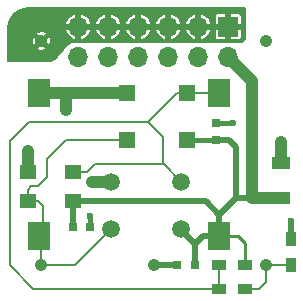
<source format=gtl>
G04 #@! TF.FileFunction,Copper,L1,Top,Signal*
%FSLAX46Y46*%
G04 Gerber Fmt 4.6, Leading zero omitted, Abs format (unit mm)*
G04 Created by KiCad (PCBNEW 4.0.6) date Sat Aug 26 16:54:20 2017*
%MOMM*%
%LPD*%
G01*
G04 APERTURE LIST*
%ADD10C,0.100000*%
%ADD11R,0.900000X1.200000*%
%ADD12R,1.200000X0.900000*%
%ADD13C,1.050000*%
%ADD14R,1.350000X1.270000*%
%ADD15R,1.400000X1.400000*%
%ADD16R,1.970000X2.350000*%
%ADD17C,1.500000*%
%ADD18R,1.600000X1.000000*%
%ADD19R,0.800000X0.750000*%
%ADD20R,0.750000X0.800000*%
%ADD21R,1.700000X1.700000*%
%ADD22O,1.700000X1.700000*%
%ADD23C,0.600000*%
%ADD24C,1.000000*%
%ADD25C,0.250000*%
%ADD26C,0.500000*%
%ADD27C,0.400000*%
%ADD28C,0.200000*%
G04 APERTURE END LIST*
D10*
D11*
X124300000Y-94600000D03*
X124300000Y-96800000D03*
D12*
X118250000Y-96800000D03*
X120450000Y-96800000D03*
X120450000Y-98750000D03*
X118250000Y-98750000D03*
D13*
X103200000Y-96800000D03*
X112700000Y-96800000D03*
X122200000Y-96800000D03*
X122200000Y-77800000D03*
X103200000Y-77800000D03*
D14*
X105870000Y-91345000D03*
X105870000Y-88855000D03*
X102030000Y-91345000D03*
X102030000Y-88855000D03*
D15*
X115490000Y-86200000D03*
X115490000Y-82200000D03*
X110410000Y-86200000D03*
X110410000Y-82200000D03*
D16*
X118270000Y-94310000D03*
X118270000Y-82190000D03*
X103030000Y-94310000D03*
X103030000Y-82190000D03*
D17*
X115050000Y-93750000D03*
X115050000Y-89750000D03*
X109050000Y-93750000D03*
X109050000Y-89750000D03*
D18*
X123500000Y-91100000D03*
X123500000Y-88100000D03*
D19*
X116200000Y-96800000D03*
X114700000Y-96800000D03*
X105850000Y-93550000D03*
X107350000Y-93550000D03*
D20*
X117950000Y-86200000D03*
X117950000Y-84700000D03*
D21*
X119000000Y-76600000D03*
D22*
X119000000Y-79140000D03*
X116460000Y-76600000D03*
X116460000Y-79140000D03*
X113920000Y-76600000D03*
X113920000Y-79140000D03*
X111380000Y-76600000D03*
X111380000Y-79140000D03*
X108840000Y-76600000D03*
X108840000Y-79140000D03*
X106300000Y-76600000D03*
X106300000Y-79140000D03*
D23*
X123500000Y-86350000D03*
X119400000Y-84700000D03*
X107500000Y-89750000D03*
X107350000Y-92650000D03*
X102050000Y-87100000D03*
X105250000Y-83650000D03*
X124300000Y-93050000D03*
D24*
X121050000Y-81190000D02*
X119000000Y-79140000D01*
D25*
X120450000Y-96800000D02*
X120450000Y-94900000D01*
X119860000Y-94310000D02*
X118270000Y-94310000D01*
X120450000Y-94900000D02*
X119860000Y-94310000D01*
D26*
X117950000Y-86200000D02*
X119100000Y-86200000D01*
X119700000Y-91100000D02*
X119690000Y-91100000D01*
X119700000Y-86800000D02*
X119700000Y-91100000D01*
X119100000Y-86200000D02*
X119700000Y-86800000D01*
D24*
X123500000Y-91100000D02*
X121000000Y-91100000D01*
X121000000Y-91100000D02*
X121050000Y-91050000D01*
X121050000Y-91050000D02*
X121000000Y-91100000D01*
X121050000Y-81190000D02*
X121050000Y-91050000D01*
D26*
X121000000Y-91100000D02*
X119690000Y-91100000D01*
X119690000Y-91100000D02*
X118270000Y-92520000D01*
X105870000Y-91345000D02*
X105875000Y-91350000D01*
X105875000Y-91350000D02*
X117100000Y-91350000D01*
X118270000Y-92520000D02*
X118270000Y-94310000D01*
X117100000Y-91350000D02*
X118270000Y-92520000D01*
X105850000Y-93550000D02*
X105870000Y-93530000D01*
X105870000Y-93530000D02*
X105870000Y-91345000D01*
D27*
X115490000Y-86200000D02*
X117950000Y-86200000D01*
D24*
X119000000Y-79140000D02*
X119000000Y-79150000D01*
D26*
X115050000Y-93750000D02*
X115050000Y-93800000D01*
X115050000Y-93800000D02*
X116200000Y-94950000D01*
X116200000Y-96800000D02*
X116200000Y-94950000D01*
X116840000Y-94310000D02*
X118270000Y-94310000D01*
X116200000Y-94950000D02*
X116840000Y-94310000D01*
D24*
X123500000Y-88100000D02*
X123500000Y-86350000D01*
D27*
X117950000Y-84700000D02*
X119400000Y-84700000D01*
D24*
X109050000Y-89750000D02*
X107500000Y-89750000D01*
D27*
X107350000Y-93550000D02*
X107350000Y-92650000D01*
D24*
X102030000Y-88855000D02*
X102030000Y-87120000D01*
X102030000Y-87120000D02*
X102050000Y-87100000D01*
X105250000Y-82190000D02*
X105250000Y-83650000D01*
X103030000Y-82190000D02*
X105250000Y-82190000D01*
X105250000Y-82190000D02*
X110400000Y-82190000D01*
X110400000Y-82190000D02*
X110410000Y-82200000D01*
D26*
X124300000Y-94600000D02*
X124300000Y-93050000D01*
X114700000Y-96800000D02*
X112700000Y-96800000D01*
D28*
X109050000Y-93750000D02*
X106000000Y-96800000D01*
X106000000Y-96800000D02*
X103200000Y-96800000D01*
X110410000Y-86200000D02*
X105250000Y-86200000D01*
X102030000Y-90370000D02*
X102030000Y-91345000D01*
X102300000Y-90100000D02*
X102030000Y-90370000D01*
X102900000Y-90100000D02*
X102300000Y-90100000D01*
X103650000Y-89350000D02*
X102900000Y-90100000D01*
X103650000Y-87800000D02*
X103650000Y-89350000D01*
X105250000Y-86200000D02*
X103650000Y-87800000D01*
X103200000Y-96800000D02*
X103200000Y-94480000D01*
X103200000Y-94480000D02*
X103350000Y-94330000D01*
X103350000Y-94330000D02*
X103350000Y-91750000D01*
X103350000Y-91750000D02*
X102945000Y-91345000D01*
X102945000Y-91345000D02*
X102030000Y-91345000D01*
X103200000Y-96800000D02*
X103200000Y-96950000D01*
X120450000Y-98750000D02*
X121650000Y-98750000D01*
X122200000Y-98200000D02*
X122200000Y-96800000D01*
X121650000Y-98750000D02*
X122200000Y-98200000D01*
X124300000Y-96800000D02*
X122200000Y-96800000D01*
X118270000Y-82190000D02*
X115500000Y-82190000D01*
X115500000Y-82190000D02*
X114710000Y-82190000D01*
X114710000Y-82190000D02*
X112250000Y-84650000D01*
X118250000Y-98750000D02*
X102500000Y-98750000D01*
X112250000Y-84650000D02*
X113500000Y-85900000D01*
X102150000Y-84650000D02*
X112250000Y-84650000D01*
X100500000Y-86300000D02*
X102150000Y-84650000D01*
X100500000Y-96750000D02*
X100500000Y-86300000D01*
X102500000Y-98750000D02*
X100500000Y-96750000D01*
X118250000Y-96800000D02*
X118250000Y-98750000D01*
X115050000Y-89750000D02*
X115050000Y-89700000D01*
X115050000Y-89700000D02*
X113500000Y-88150000D01*
X113500000Y-88200000D02*
X113500000Y-88150000D01*
X113500000Y-88150000D02*
X113500000Y-85900000D01*
X118260000Y-82200000D02*
X118270000Y-82190000D01*
X107095000Y-88855000D02*
X105870000Y-88855000D01*
X107750000Y-88200000D02*
X107095000Y-88855000D01*
X113500000Y-88200000D02*
X107750000Y-88200000D01*
G36*
X120400000Y-77658677D02*
X120208342Y-77850979D01*
X105849663Y-77899162D01*
X105807709Y-77908544D01*
X105396492Y-78100456D01*
X105362353Y-78126586D01*
X104349039Y-79327551D01*
X103977903Y-79500000D01*
X100400000Y-79500000D01*
X100400000Y-78437341D01*
X102774791Y-78437341D01*
X102834854Y-78557776D01*
X103152637Y-78639829D01*
X103477631Y-78594026D01*
X103565146Y-78557776D01*
X103625209Y-78437341D01*
X103200000Y-78012132D01*
X102774791Y-78437341D01*
X100400000Y-78437341D01*
X100400000Y-77752637D01*
X102360171Y-77752637D01*
X102405974Y-78077631D01*
X102442224Y-78165146D01*
X102562659Y-78225209D01*
X102987868Y-77800000D01*
X103412132Y-77800000D01*
X103837341Y-78225209D01*
X103957776Y-78165146D01*
X104039829Y-77847363D01*
X103994026Y-77522369D01*
X103957776Y-77434854D01*
X103837341Y-77374791D01*
X103412132Y-77800000D01*
X102987868Y-77800000D01*
X102562659Y-77374791D01*
X102442224Y-77434854D01*
X102360171Y-77752637D01*
X100400000Y-77752637D01*
X100400000Y-77162659D01*
X102774791Y-77162659D01*
X103200000Y-77587868D01*
X103625209Y-77162659D01*
X103565146Y-77042224D01*
X103247363Y-76960171D01*
X102922369Y-77005974D01*
X102834854Y-77042224D01*
X102774791Y-77162659D01*
X100400000Y-77162659D01*
X100400000Y-76926518D01*
X105197313Y-76926518D01*
X105406203Y-77323643D01*
X105751165Y-77610600D01*
X105973484Y-77702672D01*
X106150000Y-77664483D01*
X106150000Y-76750000D01*
X106450000Y-76750000D01*
X106450000Y-77664483D01*
X106626516Y-77702672D01*
X106848835Y-77610600D01*
X107193797Y-77323643D01*
X107402687Y-76926518D01*
X107737313Y-76926518D01*
X107946203Y-77323643D01*
X108291165Y-77610600D01*
X108513484Y-77702672D01*
X108690000Y-77664483D01*
X108690000Y-76750000D01*
X108990000Y-76750000D01*
X108990000Y-77664483D01*
X109166516Y-77702672D01*
X109388835Y-77610600D01*
X109733797Y-77323643D01*
X109942687Y-76926518D01*
X110277313Y-76926518D01*
X110486203Y-77323643D01*
X110831165Y-77610600D01*
X111053484Y-77702672D01*
X111230000Y-77664483D01*
X111230000Y-76750000D01*
X111530000Y-76750000D01*
X111530000Y-77664483D01*
X111706516Y-77702672D01*
X111928835Y-77610600D01*
X112273797Y-77323643D01*
X112482687Y-76926518D01*
X112817313Y-76926518D01*
X113026203Y-77323643D01*
X113371165Y-77610600D01*
X113593484Y-77702672D01*
X113770000Y-77664483D01*
X113770000Y-76750000D01*
X114070000Y-76750000D01*
X114070000Y-77664483D01*
X114246516Y-77702672D01*
X114468835Y-77610600D01*
X114813797Y-77323643D01*
X115022687Y-76926518D01*
X115357313Y-76926518D01*
X115566203Y-77323643D01*
X115911165Y-77610600D01*
X116133484Y-77702672D01*
X116310000Y-77664483D01*
X116310000Y-76750000D01*
X116610000Y-76750000D01*
X116610000Y-77664483D01*
X116786516Y-77702672D01*
X117008835Y-77610600D01*
X117353797Y-77323643D01*
X117562687Y-76926518D01*
X117541122Y-76825000D01*
X117850000Y-76825000D01*
X117850000Y-77509674D01*
X117895672Y-77619937D01*
X117980064Y-77704328D01*
X118090327Y-77750000D01*
X118775000Y-77750000D01*
X118850000Y-77675000D01*
X118850000Y-76750000D01*
X119150000Y-76750000D01*
X119150000Y-77675000D01*
X119225000Y-77750000D01*
X119909673Y-77750000D01*
X120019936Y-77704328D01*
X120104328Y-77619937D01*
X120150000Y-77509674D01*
X120150000Y-76825000D01*
X120075000Y-76750000D01*
X119150000Y-76750000D01*
X118850000Y-76750000D01*
X117925000Y-76750000D01*
X117850000Y-76825000D01*
X117541122Y-76825000D01*
X117525190Y-76750000D01*
X116610000Y-76750000D01*
X116310000Y-76750000D01*
X115394810Y-76750000D01*
X115357313Y-76926518D01*
X115022687Y-76926518D01*
X114985190Y-76750000D01*
X114070000Y-76750000D01*
X113770000Y-76750000D01*
X112854810Y-76750000D01*
X112817313Y-76926518D01*
X112482687Y-76926518D01*
X112445190Y-76750000D01*
X111530000Y-76750000D01*
X111230000Y-76750000D01*
X110314810Y-76750000D01*
X110277313Y-76926518D01*
X109942687Y-76926518D01*
X109905190Y-76750000D01*
X108990000Y-76750000D01*
X108690000Y-76750000D01*
X107774810Y-76750000D01*
X107737313Y-76926518D01*
X107402687Y-76926518D01*
X107365190Y-76750000D01*
X106450000Y-76750000D01*
X106150000Y-76750000D01*
X105234810Y-76750000D01*
X105197313Y-76926518D01*
X100400000Y-76926518D01*
X100400000Y-76639396D01*
X100472785Y-76273482D01*
X105197313Y-76273482D01*
X105234810Y-76450000D01*
X106150000Y-76450000D01*
X106150000Y-75535517D01*
X106450000Y-75535517D01*
X106450000Y-76450000D01*
X107365190Y-76450000D01*
X107402687Y-76273482D01*
X107737313Y-76273482D01*
X107774810Y-76450000D01*
X108690000Y-76450000D01*
X108690000Y-75535517D01*
X108990000Y-75535517D01*
X108990000Y-76450000D01*
X109905190Y-76450000D01*
X109942687Y-76273482D01*
X110277313Y-76273482D01*
X110314810Y-76450000D01*
X111230000Y-76450000D01*
X111230000Y-75535517D01*
X111530000Y-75535517D01*
X111530000Y-76450000D01*
X112445190Y-76450000D01*
X112482687Y-76273482D01*
X112817313Y-76273482D01*
X112854810Y-76450000D01*
X113770000Y-76450000D01*
X113770000Y-75535517D01*
X114070000Y-75535517D01*
X114070000Y-76450000D01*
X114985190Y-76450000D01*
X115022687Y-76273482D01*
X115357313Y-76273482D01*
X115394810Y-76450000D01*
X116310000Y-76450000D01*
X116310000Y-75535517D01*
X116610000Y-75535517D01*
X116610000Y-76450000D01*
X117525190Y-76450000D01*
X117562687Y-76273482D01*
X117353797Y-75876357D01*
X117130163Y-75690326D01*
X117850000Y-75690326D01*
X117850000Y-76375000D01*
X117925000Y-76450000D01*
X118850000Y-76450000D01*
X118850000Y-75525000D01*
X119150000Y-75525000D01*
X119150000Y-76450000D01*
X120075000Y-76450000D01*
X120150000Y-76375000D01*
X120150000Y-75690326D01*
X120104328Y-75580063D01*
X120019936Y-75495672D01*
X119909673Y-75450000D01*
X119225000Y-75450000D01*
X119150000Y-75525000D01*
X118850000Y-75525000D01*
X118775000Y-75450000D01*
X118090327Y-75450000D01*
X117980064Y-75495672D01*
X117895672Y-75580063D01*
X117850000Y-75690326D01*
X117130163Y-75690326D01*
X117008835Y-75589400D01*
X116786516Y-75497328D01*
X116610000Y-75535517D01*
X116310000Y-75535517D01*
X116133484Y-75497328D01*
X115911165Y-75589400D01*
X115566203Y-75876357D01*
X115357313Y-76273482D01*
X115022687Y-76273482D01*
X114813797Y-75876357D01*
X114468835Y-75589400D01*
X114246516Y-75497328D01*
X114070000Y-75535517D01*
X113770000Y-75535517D01*
X113593484Y-75497328D01*
X113371165Y-75589400D01*
X113026203Y-75876357D01*
X112817313Y-76273482D01*
X112482687Y-76273482D01*
X112273797Y-75876357D01*
X111928835Y-75589400D01*
X111706516Y-75497328D01*
X111530000Y-75535517D01*
X111230000Y-75535517D01*
X111053484Y-75497328D01*
X110831165Y-75589400D01*
X110486203Y-75876357D01*
X110277313Y-76273482D01*
X109942687Y-76273482D01*
X109733797Y-75876357D01*
X109388835Y-75589400D01*
X109166516Y-75497328D01*
X108990000Y-75535517D01*
X108690000Y-75535517D01*
X108513484Y-75497328D01*
X108291165Y-75589400D01*
X107946203Y-75876357D01*
X107737313Y-76273482D01*
X107402687Y-76273482D01*
X107193797Y-75876357D01*
X106848835Y-75589400D01*
X106626516Y-75497328D01*
X106450000Y-75535517D01*
X106150000Y-75535517D01*
X105973484Y-75497328D01*
X105751165Y-75589400D01*
X105406203Y-75876357D01*
X105197313Y-76273482D01*
X100472785Y-76273482D01*
X100529033Y-75990705D01*
X100874170Y-75474170D01*
X101390706Y-75129033D01*
X102039396Y-75000000D01*
X120400000Y-75000000D01*
X120400000Y-77658677D01*
X120400000Y-77658677D01*
G37*
X120400000Y-77658677D02*
X120208342Y-77850979D01*
X105849663Y-77899162D01*
X105807709Y-77908544D01*
X105396492Y-78100456D01*
X105362353Y-78126586D01*
X104349039Y-79327551D01*
X103977903Y-79500000D01*
X100400000Y-79500000D01*
X100400000Y-78437341D01*
X102774791Y-78437341D01*
X102834854Y-78557776D01*
X103152637Y-78639829D01*
X103477631Y-78594026D01*
X103565146Y-78557776D01*
X103625209Y-78437341D01*
X103200000Y-78012132D01*
X102774791Y-78437341D01*
X100400000Y-78437341D01*
X100400000Y-77752637D01*
X102360171Y-77752637D01*
X102405974Y-78077631D01*
X102442224Y-78165146D01*
X102562659Y-78225209D01*
X102987868Y-77800000D01*
X103412132Y-77800000D01*
X103837341Y-78225209D01*
X103957776Y-78165146D01*
X104039829Y-77847363D01*
X103994026Y-77522369D01*
X103957776Y-77434854D01*
X103837341Y-77374791D01*
X103412132Y-77800000D01*
X102987868Y-77800000D01*
X102562659Y-77374791D01*
X102442224Y-77434854D01*
X102360171Y-77752637D01*
X100400000Y-77752637D01*
X100400000Y-77162659D01*
X102774791Y-77162659D01*
X103200000Y-77587868D01*
X103625209Y-77162659D01*
X103565146Y-77042224D01*
X103247363Y-76960171D01*
X102922369Y-77005974D01*
X102834854Y-77042224D01*
X102774791Y-77162659D01*
X100400000Y-77162659D01*
X100400000Y-76926518D01*
X105197313Y-76926518D01*
X105406203Y-77323643D01*
X105751165Y-77610600D01*
X105973484Y-77702672D01*
X106150000Y-77664483D01*
X106150000Y-76750000D01*
X106450000Y-76750000D01*
X106450000Y-77664483D01*
X106626516Y-77702672D01*
X106848835Y-77610600D01*
X107193797Y-77323643D01*
X107402687Y-76926518D01*
X107737313Y-76926518D01*
X107946203Y-77323643D01*
X108291165Y-77610600D01*
X108513484Y-77702672D01*
X108690000Y-77664483D01*
X108690000Y-76750000D01*
X108990000Y-76750000D01*
X108990000Y-77664483D01*
X109166516Y-77702672D01*
X109388835Y-77610600D01*
X109733797Y-77323643D01*
X109942687Y-76926518D01*
X110277313Y-76926518D01*
X110486203Y-77323643D01*
X110831165Y-77610600D01*
X111053484Y-77702672D01*
X111230000Y-77664483D01*
X111230000Y-76750000D01*
X111530000Y-76750000D01*
X111530000Y-77664483D01*
X111706516Y-77702672D01*
X111928835Y-77610600D01*
X112273797Y-77323643D01*
X112482687Y-76926518D01*
X112817313Y-76926518D01*
X113026203Y-77323643D01*
X113371165Y-77610600D01*
X113593484Y-77702672D01*
X113770000Y-77664483D01*
X113770000Y-76750000D01*
X114070000Y-76750000D01*
X114070000Y-77664483D01*
X114246516Y-77702672D01*
X114468835Y-77610600D01*
X114813797Y-77323643D01*
X115022687Y-76926518D01*
X115357313Y-76926518D01*
X115566203Y-77323643D01*
X115911165Y-77610600D01*
X116133484Y-77702672D01*
X116310000Y-77664483D01*
X116310000Y-76750000D01*
X116610000Y-76750000D01*
X116610000Y-77664483D01*
X116786516Y-77702672D01*
X117008835Y-77610600D01*
X117353797Y-77323643D01*
X117562687Y-76926518D01*
X117541122Y-76825000D01*
X117850000Y-76825000D01*
X117850000Y-77509674D01*
X117895672Y-77619937D01*
X117980064Y-77704328D01*
X118090327Y-77750000D01*
X118775000Y-77750000D01*
X118850000Y-77675000D01*
X118850000Y-76750000D01*
X119150000Y-76750000D01*
X119150000Y-77675000D01*
X119225000Y-77750000D01*
X119909673Y-77750000D01*
X120019936Y-77704328D01*
X120104328Y-77619937D01*
X120150000Y-77509674D01*
X120150000Y-76825000D01*
X120075000Y-76750000D01*
X119150000Y-76750000D01*
X118850000Y-76750000D01*
X117925000Y-76750000D01*
X117850000Y-76825000D01*
X117541122Y-76825000D01*
X117525190Y-76750000D01*
X116610000Y-76750000D01*
X116310000Y-76750000D01*
X115394810Y-76750000D01*
X115357313Y-76926518D01*
X115022687Y-76926518D01*
X114985190Y-76750000D01*
X114070000Y-76750000D01*
X113770000Y-76750000D01*
X112854810Y-76750000D01*
X112817313Y-76926518D01*
X112482687Y-76926518D01*
X112445190Y-76750000D01*
X111530000Y-76750000D01*
X111230000Y-76750000D01*
X110314810Y-76750000D01*
X110277313Y-76926518D01*
X109942687Y-76926518D01*
X109905190Y-76750000D01*
X108990000Y-76750000D01*
X108690000Y-76750000D01*
X107774810Y-76750000D01*
X107737313Y-76926518D01*
X107402687Y-76926518D01*
X107365190Y-76750000D01*
X106450000Y-76750000D01*
X106150000Y-76750000D01*
X105234810Y-76750000D01*
X105197313Y-76926518D01*
X100400000Y-76926518D01*
X100400000Y-76639396D01*
X100472785Y-76273482D01*
X105197313Y-76273482D01*
X105234810Y-76450000D01*
X106150000Y-76450000D01*
X106150000Y-75535517D01*
X106450000Y-75535517D01*
X106450000Y-76450000D01*
X107365190Y-76450000D01*
X107402687Y-76273482D01*
X107737313Y-76273482D01*
X107774810Y-76450000D01*
X108690000Y-76450000D01*
X108690000Y-75535517D01*
X108990000Y-75535517D01*
X108990000Y-76450000D01*
X109905190Y-76450000D01*
X109942687Y-76273482D01*
X110277313Y-76273482D01*
X110314810Y-76450000D01*
X111230000Y-76450000D01*
X111230000Y-75535517D01*
X111530000Y-75535517D01*
X111530000Y-76450000D01*
X112445190Y-76450000D01*
X112482687Y-76273482D01*
X112817313Y-76273482D01*
X112854810Y-76450000D01*
X113770000Y-76450000D01*
X113770000Y-75535517D01*
X114070000Y-75535517D01*
X114070000Y-76450000D01*
X114985190Y-76450000D01*
X115022687Y-76273482D01*
X115357313Y-76273482D01*
X115394810Y-76450000D01*
X116310000Y-76450000D01*
X116310000Y-75535517D01*
X116610000Y-75535517D01*
X116610000Y-76450000D01*
X117525190Y-76450000D01*
X117562687Y-76273482D01*
X117353797Y-75876357D01*
X117130163Y-75690326D01*
X117850000Y-75690326D01*
X117850000Y-76375000D01*
X117925000Y-76450000D01*
X118850000Y-76450000D01*
X118850000Y-75525000D01*
X119150000Y-75525000D01*
X119150000Y-76450000D01*
X120075000Y-76450000D01*
X120150000Y-76375000D01*
X120150000Y-75690326D01*
X120104328Y-75580063D01*
X120019936Y-75495672D01*
X119909673Y-75450000D01*
X119225000Y-75450000D01*
X119150000Y-75525000D01*
X118850000Y-75525000D01*
X118775000Y-75450000D01*
X118090327Y-75450000D01*
X117980064Y-75495672D01*
X117895672Y-75580063D01*
X117850000Y-75690326D01*
X117130163Y-75690326D01*
X117008835Y-75589400D01*
X116786516Y-75497328D01*
X116610000Y-75535517D01*
X116310000Y-75535517D01*
X116133484Y-75497328D01*
X115911165Y-75589400D01*
X115566203Y-75876357D01*
X115357313Y-76273482D01*
X115022687Y-76273482D01*
X114813797Y-75876357D01*
X114468835Y-75589400D01*
X114246516Y-75497328D01*
X114070000Y-75535517D01*
X113770000Y-75535517D01*
X113593484Y-75497328D01*
X113371165Y-75589400D01*
X113026203Y-75876357D01*
X112817313Y-76273482D01*
X112482687Y-76273482D01*
X112273797Y-75876357D01*
X111928835Y-75589400D01*
X111706516Y-75497328D01*
X111530000Y-75535517D01*
X111230000Y-75535517D01*
X111053484Y-75497328D01*
X110831165Y-75589400D01*
X110486203Y-75876357D01*
X110277313Y-76273482D01*
X109942687Y-76273482D01*
X109733797Y-75876357D01*
X109388835Y-75589400D01*
X109166516Y-75497328D01*
X108990000Y-75535517D01*
X108690000Y-75535517D01*
X108513484Y-75497328D01*
X108291165Y-75589400D01*
X107946203Y-75876357D01*
X107737313Y-76273482D01*
X107402687Y-76273482D01*
X107193797Y-75876357D01*
X106848835Y-75589400D01*
X106626516Y-75497328D01*
X106450000Y-75535517D01*
X106150000Y-75535517D01*
X105973484Y-75497328D01*
X105751165Y-75589400D01*
X105406203Y-75876357D01*
X105197313Y-76273482D01*
X100472785Y-76273482D01*
X100529033Y-75990705D01*
X100874170Y-75474170D01*
X101390706Y-75129033D01*
X102039396Y-75000000D01*
X120400000Y-75000000D01*
X120400000Y-77658677D01*
M02*

</source>
